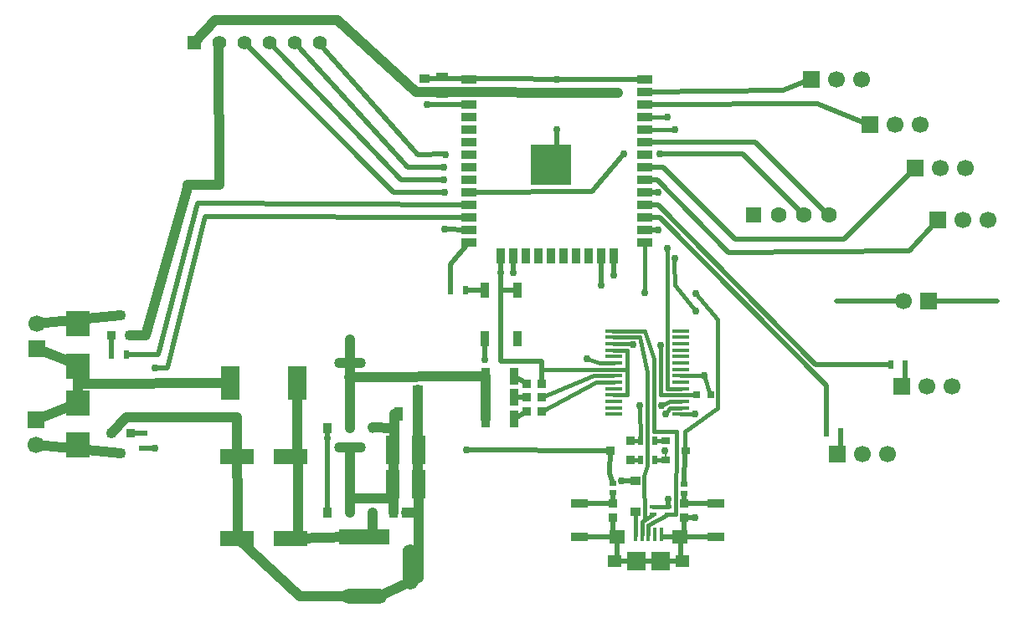
<source format=gtl>
%FSLAX33Y33*%
%MOMM*%
%AMRect-W800000-H1700000-RO1.500*
21,1,0.8,1.7,0.,0.,90*%
%AMRect-W1752833-H382672-RO1.000*
21,1,1.752833,0.382672,0.,0.,180*%
%AMRR-H382672-W1752833-R191336-RO1.000*
21,1,1.370161,0.382672,0.,0.,180*
1,1,0.382672,0.6850805,-0.*
1,1,0.382672,-0.6850805,-0.*
1,1,0.382672,-0.6850805,0.*
1,1,0.382672,0.6850805,0.*%
%AMRect-W900000-H950000-RO0.500*
21,1,0.9,0.95,0.,0.,270*%
%AMRect-W600000-H1250000-RO0.500*
21,1,0.6,1.25,0.,0.,270*%
%AMRect-W400000-H700000-RO1.500*
21,1,0.4,0.7,0.,0.,90*%
%AMRect-W800000-H800000-RO0.500*
21,1,0.8,0.8,0.,0.,270*%
%AMRect-W900000-H800000-RO0.500*
21,1,0.9,0.8,0.,0.,270*%
%AMRect-W800000-H1700000-RO0.500*
21,1,0.8,1.7,0.,0.,270*%
%AMRect-W800000-H800000-RO1.500*
21,1,0.8,0.8,0.,0.,90*%
%AMRect-W854139-H954975-RO1.500*
21,1,0.854139,0.954975,0.,0.,90*%
%AMRect-W1004294-H872132-RO1.500*
21,1,1.004294,0.872132,0.,0.,90*%
%AMRR-H872132-W1004294-R436066-RO1.500*
21,1,0.132162,0.872132,0.,0.,90*
1,1,0.872132,-0.,-0.066081*
1,1,0.872132,-0.,0.066081*
1,1,0.872132,0.,0.066081*
1,1,0.872132,0.,-0.066081*%
%AMRR-H3182132-W1004294-R436066-RO1.500*
21,1,0.132162,3.182132,0.,0.,90*
21,1,1.004294,2.31,0.,0.,90*
1,1,0.872132,-1.155,-0.066081*
1,1,0.872132,-1.155,0.066081*
1,1,0.872132,1.155,0.066081*
1,1,0.872132,1.155,-0.066081*%
%AMRect-W800000-H800000-RO1.000*
21,1,0.8,0.8,0.,0.,180*%
%AMRect-W900000-H800000-RO1.500*
21,1,0.9,0.8,0.,0.,90*%
%AMRect-W500000-H900000-RO1.000*
21,1,0.5,0.9,0.,0.,180*%
%AMRect-W2500000-H2300000-RO0.500*
21,1,2.5,2.3,0.,0.,270*%
%AMRect-W1400000-H1400000-RO1.500*
21,1,1.4,1.4,0.,0.,90*%
%AMRect-W1700000-H1700000-RO1.000*
21,1,1.7,1.7,0.,0.,180*%
%AMRect-W2500000-H2300000-RO1.500*
21,1,2.5,2.3,0.,0.,90*%
%AMRect-W900000-H800000-RO1.000*
21,1,0.9,0.8,0.,0.,180*%
%AMRect-W1500000-H900000-RO1.500*
21,1,1.5,0.9,0.,0.,90*%
%AMRect-W900000-H1700000-RO1.000*
21,1,0.9,1.7,0.,0.,180*%
%AMRect-W500000-H600000-RO1.500*
21,1,0.5,0.6,0.,0.,90*%
%AMRect-W1700000-H1700000-RO1.500*
21,1,1.7,1.7,0.,0.,90*%
%AMRect-W1400000-H2800000-RO1.000*
21,1,1.4,2.8,0.,0.,180*%
%AMRect-W1600000-H5100000-RO0.500*
21,1,1.6,5.1,0.,0.,270*%
%AMRR-H4600000-W1600000-R800000-RO0.500*
21,1,1.6,3.,0.,0.,270*
1,1,1.6,1.5,0.*
1,1,1.6,1.5,-0.*
1,1,1.6,-1.5,-0.*
1,1,1.6,-1.5,0.*%
%AMRR-H4600000-W1600000-R800000-RO0.000*
21,1,1.6,3.,0.,0.,360*
1,1,1.6,0.,1.5*
1,1,1.6,0.,1.5*
1,1,1.6,0.,-1.5*
1,1,1.6,-0.,-1.5*%
%AMRect-W854139-H954975-RO1.000*
21,1,0.854139,0.954975,0.,0.,180*%
%AMRect-W1700000-H1700000-RO0.500*
21,1,1.7,1.7,0.,0.,270*%
%AMRect-W500000-H900000-RO1.500*
21,1,0.5,0.9,0.,0.,90*%
%ADD10C,0.5*%
%ADD11C,0.2032*%
%ADD12C,0.4*%
%ADD13C,1.*%
%ADD14C,0.75*%
%ADD15R,0.9X1.7*%
%ADD16R,1.7X1.7*%
%ADD17C,1.7*%
%ADD18Rect-W800000-H1700000-RO1.500*%
%ADD19Rect-W1752833-H382672-RO1.000*%
%ADD20RR-H382672-W1752833-R191336-RO1.000*%
%ADD21Rect-W900000-H950000-RO0.500*%
%ADD22Rect-W600000-H1250000-RO0.500*%
%ADD23Rect-W400000-H700000-RO1.500*%
%ADD24Rect-W800000-H800000-RO0.500*%
%ADD25Rect-W900000-H800000-RO0.500*%
%ADD26Rect-W800000-H1700000-RO0.500*%
%ADD27Rect-W800000-H800000-RO1.500*%
%ADD28Rect-W854139-H954975-RO1.500*%
%ADD29Rect-W1004294-H872132-RO1.500*%
%ADD30RR-H872132-W1004294-R436066-RO1.500*%
%ADD31RR-H3182132-W1004294-R436066-RO1.500*%
%ADD32R,0.7X0.7*%
%ADD33Rect-W800000-H800000-RO1.000*%
%ADD34Rect-W900000-H800000-RO1.500*%
%ADD35R,0.5X0.9*%
%ADD36Rect-W500000-H900000-RO1.000*%
%ADD37Rect-W2500000-H2300000-RO0.500*%
%ADD38R,1.96X3.39*%
%ADD39C,1.4*%
%ADD40Rect-W1400000-H1400000-RO1.500*%
%ADD41C,1.7*%
%ADD42Rect-W1700000-H1700000-RO1.000*%
%ADD43Rect-W2500000-H2300000-RO1.500*%
%ADD44Rect-W900000-H800000-RO1.000*%
%ADD45R,4.099999X4.099999*%
%ADD46R,0.9X1.5*%
%ADD47R,1.5X0.9*%
%ADD48R,0.9X0.8*%
%ADD49Rect-W1500000-H900000-RO1.500*%
%ADD50Rect-W900000-H1700000-RO1.000*%
%ADD51R,3.5X1.6*%
%ADD52R,1.6X1.6*%
%ADD53C,1.6*%
%ADD54Rect-W500000-H600000-RO1.500*%
%ADD55C,1.7*%
%ADD56Rect-W1700000-H1700000-RO1.500*%
%ADD57Rect-W1400000-H2800000-RO1.000*%
%ADD58Rect-W1600000-H5100000-RO0.500*%
%ADD59RR-H4600000-W1600000-R800000-RO0.500*%
%ADD60RR-H4600000-W1600000-R800000-RO0.000*%
%ADD61R,0.4X1.35*%
%ADD62R,1.6X1.4*%
%ADD63R,1.45X1.3*%
%ADD64R,1.9X1.9*%
%ADD65Rect-W854139-H954975-RO1.000*%
%ADD66C,1.7*%
%ADD67Rect-W1700000-H1700000-RO0.500*%
%ADD68Rect-W500000-H900000-RO1.500*%
%ADD69R,0.95X1.4*%
D10*
%LNtop copper_traces*%
G01*
X-47125Y-24000D02*
X-47125Y-25875D01*
D11*
X-49025Y-17150D02*
X-49025Y-18100D01*
D12*
X-48525Y-12850D02*
X-49001Y-13500D01*
X-47475Y-12200D02*
X-48525Y-12200D01*
D10*
X-47125Y-21550D02*
X-47125Y-22500D01*
D12*
X-47475Y-10900D02*
X-48775Y-10900D01*
D10*
X-49805Y10265D02*
X-42665Y2915D01*
D12*
X-48775Y-10900D02*
X-48825Y3275D01*
X-55702Y-8300D02*
X-54225Y-8300D01*
D10*
X-57675Y-25875D02*
X-53950Y-25875D01*
D13*
X-76550Y-14895D02*
X-78600Y-14850D01*
D10*
X-51075Y7725D02*
X-49755Y7725D01*
D13*
X-67175Y-9650D02*
X-80950Y-9700D01*
D12*
X-51100Y16615D02*
X-48775Y16615D01*
D10*
X-83190Y-15900D02*
X-83215Y-23445D01*
X-49805Y8995D02*
X-51075Y8995D01*
X-64275Y-9650D02*
X-62975Y-10375D01*
D13*
X-81225Y-25925D02*
X-86125Y-26050D01*
D10*
X-73350Y20456D02*
X-51075Y20425D01*
D13*
X-75202Y-23420D02*
X-73975Y-23420D01*
X-76452Y-13475D02*
X-76500Y-23445D01*
D10*
X-47125Y-22500D02*
X-43925Y-22500D01*
D12*
X-52850Y-7000D02*
X-54225Y-7000D01*
D10*
X-31265Y-15300D02*
X-31265Y-18000D01*
D13*
X-108425Y-8600D02*
X-108425Y-12330D01*
X-82175Y26425D02*
X-74200Y19155D01*
D10*
X-60025Y15300D02*
X-60075Y11125D01*
X-65625Y-8150D02*
X-61550Y-8150D01*
X-51075Y14075D02*
X-39950Y14075D01*
X-49755Y5185D02*
X-51075Y5185D01*
X-89055Y24125D02*
X-75775Y10265D01*
X-96325Y7850D02*
X-100250Y-7475D01*
X-54575Y-17150D02*
X-69150Y-17125D01*
X-70725Y1650D02*
X-68875Y3915D01*
D12*
X-61525Y-11800D02*
X-56227Y-9600D01*
D10*
X-65685Y2525D02*
X-65625Y-8150D01*
X-53925Y-28325D02*
X-47425Y-28325D01*
D13*
X-94160Y24100D02*
X-94125Y9775D01*
X-103525Y-13775D02*
X-92350Y-13800D01*
D10*
X-49755Y7725D02*
X-33825Y-8450D01*
X-23790Y11400D02*
X-30990Y4200D01*
X-105050Y-5550D02*
X-105050Y-7475D01*
D12*
X-50825Y-18750D02*
X-50875Y-9250D01*
X-47025Y-15250D02*
X-47025Y-17150D01*
D13*
X-112625Y-14080D02*
X-108425Y-12330D01*
D10*
X-21440Y6200D02*
X-24315Y3040D01*
D13*
X-80925Y-23445D02*
X-80925Y-16900D01*
D10*
X-61550Y-8150D02*
X-61550Y-10375D01*
X-103125Y-15430D02*
X-101775Y-15430D01*
X-24730Y-8450D02*
X-24730Y-11100D01*
D12*
X-51625Y-12659D02*
X-51525Y-16200D01*
X-47929Y-23600D02*
X-47900Y-15250D01*
D13*
X-93005Y-10325D02*
X-108425Y-10450D01*
D12*
X-50175Y-7841D02*
X-50175Y-15225D01*
X-52575Y-18100D02*
X-51550Y-18100D01*
D10*
X-68875Y8995D02*
X-56475Y9025D01*
X-22430Y-2050D02*
X-15450Y-2050D01*
D12*
X-48075Y-0425D02*
X-45975Y-3050D01*
D13*
X-76500Y-21975D02*
X-80925Y-21975D01*
D10*
X-76475Y8995D02*
X-71350Y8995D01*
X-74050Y12805D02*
X-71275Y12825D01*
X-51075Y11535D02*
X-49275Y11535D01*
X-48700Y-22900D02*
X-48700Y-22075D01*
X-75775Y10265D02*
X-71400Y10265D01*
X-100625Y-8850D02*
X-99400Y-8850D01*
X-63975Y-0925D02*
X-65685Y-0925D01*
X-49550Y12900D02*
X-41230Y12900D01*
D13*
X-96675Y24125D02*
X-94575Y26375D01*
X-77975Y-31925D02*
X-73975Y-30075D01*
D12*
X-52575Y-16200D02*
X-51525Y-16200D01*
D10*
X-57675Y-22500D02*
X-54325Y-22500D01*
D12*
X-50050Y-18100D02*
X-48975Y-18100D01*
D13*
X-74048Y-10973D02*
X-73975Y-30075D01*
D10*
X-69225Y-0925D02*
X-67275Y-0925D01*
X-51075Y17885D02*
X-33700Y17925D01*
X-68875Y5185D02*
X-71350Y5235D01*
D12*
X-51175Y-19750D02*
X-50825Y-18750D01*
D13*
X-101575Y-5500D02*
X-97285Y9775D01*
D10*
X-83190Y-14895D02*
X-83190Y-15900D01*
X-70725Y-0925D02*
X-70725Y1650D01*
D12*
X-50050Y-16200D02*
X-49025Y-16200D01*
X-51138Y-24163D02*
X-51175Y-19750D01*
D10*
X-54625Y-19475D02*
X-54325Y-20450D01*
X-55525Y2450D02*
X-55525Y-0400D01*
D12*
X-50725Y-25650D02*
X-50725Y-24750D01*
D13*
X-92250Y-26050D02*
X-85975Y-31925D01*
D10*
X-49600Y6455D02*
X-32765Y-10625D01*
D13*
X-67175Y-9650D02*
X-67175Y-13950D01*
D10*
X-91595Y24125D02*
X-76475Y8995D01*
D12*
X-54225Y-6350D02*
X-52250Y-6350D01*
X-50725Y-24750D02*
X-48700Y-23600D01*
X-47929Y-23600*
X-56027Y-10250D02*
X-54225Y-10250D01*
D13*
X-112600Y-6840D02*
X-108275Y-8550D01*
D10*
X-34980Y6650D02*
X-41230Y12900D01*
D13*
X-94575Y26375D02*
X-82175Y26425D01*
D10*
X-67275Y-7925D02*
X-67275Y-5825D01*
D13*
X-112575Y-16580D02*
X-104075Y-17430D01*
D10*
X-33700Y17925D02*
X-28200Y15750D01*
D12*
X-56900Y-7841D02*
X-55702Y-8300D01*
X-45100Y-9600D02*
X-44475Y-11525D01*
X-48525Y-12200D02*
X-49425Y-12659D01*
X-51375Y-24400D02*
X-50275Y-23600D01*
D13*
X-80900Y-5950D02*
X-80925Y-14895D01*
D12*
X-49500Y-11550D02*
X-45850Y-11550D01*
D10*
X-68875Y7725D02*
X-96325Y7850D01*
X-86515Y24125D02*
X-75025Y11535D01*
X-47425Y-28325D02*
X-47425Y-25875D01*
X-32525Y6650D02*
X-39950Y14075D01*
X-64415Y0850D02*
X-64415Y2525D01*
X-24970Y-2050D02*
X-31750Y-2050D01*
D12*
X-47475Y-13500D02*
X-46000Y-13500D01*
X-61550Y-13225D02*
X-56027Y-10250D01*
D10*
X-53925Y-25875D02*
X-53925Y-28325D01*
X-33825Y-8450D02*
X-26230Y-8450D01*
X-54325Y-24000D02*
X-54325Y-25875D01*
D12*
X-54300Y-5050D02*
X-51125Y-5050D01*
X-51650Y-5700D02*
X-54225Y-5700D01*
D10*
X-100250Y-7475D02*
X-103550Y-7475D01*
X-51125Y19155D02*
X-37100Y19300D01*
D12*
X-47475Y-12850D02*
X-48525Y-12850D01*
X-52850Y-11550D02*
X-52850Y-7000D01*
D10*
X-64275Y-11800D02*
X-63050Y-11800D01*
X-47025Y-17150D02*
X-47125Y-20550D01*
X-37100Y19300D02*
X-34200Y20475D01*
D12*
X-50250Y-22900D02*
X-48750Y-22900D01*
X-50175Y-15225D02*
X-47900Y-15250D01*
D10*
X-69050Y17885D02*
X-73100Y17875D01*
D12*
X-61525Y-8950D02*
X-53050Y-8950D01*
X-43700Y-12875D02*
X-47025Y-15250D01*
D10*
X-24315Y3040D02*
X-42665Y2915D01*
X-83975Y23950D02*
X-74050Y12805D01*
D13*
X-78635Y-23445D02*
X-78635Y-25925D01*
D12*
X-56227Y-9600D02*
X-54300Y-9600D01*
D13*
X-85975Y-31925D02*
X-80975Y-31925D01*
X-94125Y9775D02*
X-97300Y9775D01*
D12*
X-54225Y-11550D02*
X-52850Y-11550D01*
D10*
X-47125Y-24000D02*
X-46025Y-24000D01*
D12*
X-48075Y-0425D02*
X-48100Y1975D01*
D10*
X-95525Y6550D02*
X-68875Y6455D01*
D13*
X-112600Y-4300D02*
X-104100Y-3500D01*
D12*
X-48075Y15345D02*
X-51075Y15325D01*
D10*
X-64275Y-13950D02*
X-63050Y-13225D01*
X-56475Y9025D02*
X-53225Y12900D01*
X-54230Y2525D02*
X-54255Y0625D01*
D12*
X-51375Y-25650D02*
X-51375Y-24400D01*
D10*
X-32765Y-10625D02*
X-32765Y-15300D01*
D12*
X-49500Y-11550D02*
X-49500Y-6541D01*
D13*
X-103150Y-5500D02*
X-101575Y-5500D01*
D10*
X-53450Y-20200D02*
X-52025Y-20200D01*
D12*
X-51650Y-5700D02*
X-50875Y-9250D01*
X-47475Y-9600D02*
X-45125Y-9600D01*
D10*
X-54575Y-17150D02*
X-54625Y-19475D01*
X-54325Y-21450D02*
X-54325Y-22500D01*
D13*
X-86195Y-10325D02*
X-86125Y-26050D01*
D12*
X-51075Y3915D02*
X-51125Y-1200D01*
X-45975Y-1250D02*
X-43700Y-3875D01*
D10*
X-43925Y-25900D02*
X-49225Y-25875D01*
D12*
X-52025Y-23400D02*
X-52025Y-25775D01*
D10*
X-100625Y-16930D02*
X-101775Y-16930D01*
D13*
X-74200Y19155D02*
X-53825Y19005D01*
D12*
X-43700Y-3875D02*
X-43700Y-12875D01*
D10*
X-30990Y4200D02*
X-41940Y4200D01*
X-51075Y6455D02*
X-49600Y6455D01*
D13*
X-105025Y-15430D02*
X-103525Y-13775D01*
X-92350Y-13800D02*
X-92250Y-26050D01*
D10*
X-75025Y11535D02*
X-71400Y11535D01*
X-99400Y-8850D02*
X-95525Y6550D01*
X-49275Y11535D02*
X-41940Y4200D01*
X-51075Y10265D02*
X-49805Y10265D01*
D12*
X-51125Y-5050D02*
X-50175Y-7841D01*
D14*
X-51125Y-1200D03*
X-69150Y-17125D03*
X-83190Y-15900D03*
X-67275Y-7925D03*
X-77575Y-22000D03*
X-100625Y-16930D03*
X-48825Y3275D03*
X-49755Y5185D03*
X-52250Y-6466D03*
X-100625Y-8850D03*
X-46000Y-13500D03*
X-71350Y5235D03*
X-80900Y-5950D03*
X-65685Y0850D03*
X-49780Y8995D03*
X-60025Y15300D03*
X-71275Y12805D03*
X-54255Y0625D03*
X-51625Y-12659D03*
X-53225Y12900D03*
X-53825Y19005D03*
X-55525Y-0400D03*
X-60000Y20425D03*
X-71400Y10265D03*
X-53450Y-20200D03*
X-48050Y15325D03*
X-71400Y11535D03*
X-49550Y12900D03*
X-45975Y-1250D03*
X-48775Y16615D03*
X-49025Y-13500D03*
X-49525Y-6541D03*
X-48075Y2300D03*
X-48700Y-22100D03*
X-71350Y8995D03*
X-64425Y0850D03*
X-56900Y-7841D03*
X-49050Y-17150D03*
X-45975Y-3050D03*
X-46025Y-24000D03*
X-45100Y-9600D03*
X-73100Y17875D03*
X-49425Y-12659D03*
%LNtop copper component 0482f48a0a855ddf*%
D15*
X-67175Y-9650D03*
X-64275Y-9650D03*
%LNtop copper component 41b9db879265162a*%
D16*
X-28340Y15800D03*
D17*
X-25800Y15800D03*
X-23260Y15800D03*
%LNtop copper component 6813cacbefd1e2b9*%
D18*
X-43925Y-25900D03*
X-43925Y-22500D03*
%LNtop copper component 3db6a5b20525de24*%
D19*
X-47475Y-13500D03*
D20*
X-47475Y-12850D03*
X-47475Y-12200D03*
X-47475Y-11550D03*
X-47475Y-10900D03*
X-47475Y-10250D03*
X-47475Y-9600D03*
X-47475Y-8950D03*
X-47475Y-8300D03*
X-47475Y-7650D03*
X-47475Y-7000D03*
X-47475Y-6350D03*
X-47475Y-5700D03*
X-47475Y-5050D03*
X-54225Y-5050D03*
X-54225Y-5700D03*
X-54225Y-6350D03*
X-54225Y-7000D03*
X-54225Y-7650D03*
X-54225Y-8300D03*
X-54225Y-8950D03*
X-54225Y-9600D03*
X-54225Y-10250D03*
X-54225Y-10900D03*
X-54225Y-11550D03*
X-54225Y-12200D03*
X-54225Y-12850D03*
X-54225Y-13500D03*
%LNtop copper component e5f8c1f535fec6ea*%
D21*
X-52025Y-20200D03*
X-52025Y-23350D03*
%LNtop copper component 252a53037974c115*%
D22*
X-71575Y20705D03*
X-71575Y18905D03*
%LNtop copper component fe80ee474570cac8*%
D23*
X-48700Y-23600D03*
X-48700Y-22900D03*
%LNtop copper component 10b1d0880790c1b8*%
D24*
X-54325Y-22500D03*
X-54325Y-24000D03*
%LNtop copper component 7dfbba8ca001c3b6*%
D25*
X-103125Y-15430D03*
X-105025Y-15430D03*
X-104075Y-17430D03*
%LNtop copper component 874acaaaf3958b77*%
D26*
X-57675Y-22500D03*
X-57675Y-25900D03*
%LNtop copper component e8ebb05cec54ac0d*%
D27*
X-47125Y-24000D03*
X-47125Y-22500D03*
%LNtop copper component c153c2d1b3039095*%
D28*
X-74048Y-10973D03*
X-74048Y-9672D03*
%LNtop copper component e17a0e78ec20d950*%
D29*
X-83190Y-14895D03*
D30*
X-80900Y-14895D03*
X-78610Y-14895D03*
D31*
X-80900Y-8305D03*
%LNtop copper component 2322a58d1cfe3815*%
D32*
X-45850Y-11550D03*
X-44450Y-11550D03*
%LNtop copper component 69f7728837d07548*%
D33*
X-61550Y-13225D03*
X-63050Y-13225D03*
%LNtop copper component ccbb334a3726f3a3*%
D34*
X-105050Y-5500D03*
X-103150Y-5500D03*
X-104100Y-3500D03*
%LNtop copper component cb29e8d30bbfcf00*%
D35*
X-51550Y-16200D03*
X-50050Y-16200D03*
%LNtop copper component aa286b59c486b578*%
D16*
X-21440Y6200D03*
D17*
X-18900Y6200D03*
X-16360Y6200D03*
%LNtop copper component cdd3a1667d55a24f*%
D36*
X-24730Y-8450D03*
X-26230Y-8450D03*
%LNtop copper component 9bccb15b690cf48e*%
X-31265Y-15300D03*
X-32765Y-15300D03*
%LNtop copper component e0f57ae9b30cb9e8*%
D37*
X-108400Y-12330D03*
X-108400Y-16630D03*
%LNtop copper component e1627baf1bdf1fe8*%
D23*
X-50250Y-23600D03*
X-50250Y-22900D03*
%LNtop copper component 56bb46b189b3895e*%
D36*
X-103550Y-7475D03*
X-105050Y-7475D03*
%LNtop copper component 9fbc797a11fedfa8*%
D28*
X-73350Y19155D03*
X-73350Y20456D03*
%LNtop copper component 1b8a31d8bfee9382*%
D38*
X-93005Y-10325D03*
X-86195Y-10325D03*
%LNtop copper component 4c982ed5264ea73b*%
D36*
X-50050Y-18100D03*
X-51550Y-18100D03*
%LNtop copper component 54130f40f4e52950*%
D16*
X-34270Y20425D03*
D17*
X-31730Y20425D03*
X-29190Y20425D03*
%LNtop copper component 1ba162ace44450bd*%
D39*
X-94135Y24125D03*
X-91595Y24125D03*
X-89055Y24125D03*
X-86515Y24125D03*
X-83975Y24125D03*
D40*
X-96675Y24125D03*
%LNtop copper component 0948399de430e016*%
D41*
X-24970Y-2050D03*
D42*
X-22430Y-2050D03*
%LNtop copper component 10c78444f405e5b2*%
D29*
X-83215Y-23445D03*
D30*
X-80925Y-23445D03*
X-78635Y-23445D03*
D31*
X-80925Y-16855D03*
%LNtop copper component 0d00b0983ae96748*%
D16*
X-25130Y-10675D03*
D17*
X-22590Y-10675D03*
X-20050Y-10675D03*
%LNtop copper component 33150007373fcac5*%
D43*
X-108400Y-8600D03*
X-108400Y-4300D03*
%LNtop copper component b82c1ab224868cec*%
D44*
X-52575Y-18100D03*
X-52575Y-16200D03*
X-54575Y-17150D03*
%LNtop copper component 90b1addd98e51485*%
D45*
X-60625Y11775D03*
D46*
X-65685Y2525D03*
X-64415Y2525D03*
X-63145Y2525D03*
X-61875Y2525D03*
X-60605Y2525D03*
X-59335Y2525D03*
X-58065Y2525D03*
X-56795Y2525D03*
X-55525Y2525D03*
X-54255Y2525D03*
D47*
X-68875Y20425D03*
X-68875Y19155D03*
X-68875Y17885D03*
X-68875Y16615D03*
X-68875Y15345D03*
X-68875Y14075D03*
X-68875Y12805D03*
X-68875Y11535D03*
X-68875Y10265D03*
X-68875Y8995D03*
X-68875Y7725D03*
X-68875Y6455D03*
X-68875Y5185D03*
X-68875Y3915D03*
X-51075Y3915D03*
X-51075Y5185D03*
X-51075Y6455D03*
X-51075Y7725D03*
X-51075Y8995D03*
X-51075Y10265D03*
X-51075Y11535D03*
X-51075Y12805D03*
X-51075Y14075D03*
X-51075Y15345D03*
X-51075Y16615D03*
X-51075Y17885D03*
X-51075Y19155D03*
X-51075Y20425D03*
%LNtop copper component cea296ead8353e7d*%
D48*
X-48975Y-16200D03*
X-48975Y-18100D03*
X-46975Y-17150D03*
%LNtop copper component 3f845e058fdd5e1f*%
D35*
X-70725Y-0925D03*
X-69225Y-0925D03*
%LNtop copper component 707d07d50a841e56*%
D49*
X-67275Y-5825D03*
X-63975Y-5825D03*
X-63975Y-0925D03*
X-67275Y-0925D03*
%LNtop copper component ff541e940e5d7fe4*%
D50*
X-64275Y-11800D03*
X-67175Y-11800D03*
%LNtop copper component d0480286b2d570aa*%
D51*
X-92325Y-17800D03*
X-86925Y-17800D03*
%LNtop copper component 47b0c5916d82fa2f*%
D52*
X-40060Y6650D03*
D53*
X-37520Y6650D03*
X-34980Y6650D03*
X-32440Y6650D03*
%LNtop copper component 572823f635f88fe9*%
D54*
X-54325Y-21450D03*
X-54325Y-20450D03*
%LNtop copper component cdbf310ff226334c*%
D33*
X-61550Y-10375D03*
X-63050Y-10375D03*
%LNtop copper component 5bd49bef55a165bf*%
D55*
X-112600Y-4300D03*
D56*
X-112600Y-6840D03*
%LNtop copper component 498e91e107611f94*%
D57*
X-73950Y-17125D03*
X-76550Y-17125D03*
%LNtop copper component b53fcbc86ee9c919*%
D51*
X-92325Y-26050D03*
X-86925Y-26050D03*
%LNtop copper component 07d7061eb338d36e*%
D58*
X-79475Y-25925D03*
D59*
X-79475Y-31925D03*
D60*
X-74775Y-28925D03*
%LNtop copper component 9535f7950e9c5dc2*%
D57*
X-73950Y-20600D03*
X-76550Y-20600D03*
%LNtop copper component 56c081ad7e014188*%
D50*
X-64275Y-13950D03*
X-67175Y-13950D03*
%LNtop copper component ca64192462e6d2e1*%
D16*
X-23790Y11400D03*
D17*
X-21250Y11400D03*
X-18710Y11400D03*
%LNtop copper component c598bdc0c98843fc*%
D61*
X-52025Y-25650D03*
X-51375Y-25650D03*
X-50725Y-25650D03*
X-50075Y-25650D03*
X-49425Y-25650D03*
D62*
X-53925Y-25875D03*
X-47525Y-25875D03*
D63*
X-54150Y-28325D03*
X-47300Y-28325D03*
D64*
X-51925Y-28325D03*
X-49525Y-28325D03*
%LNtop copper component fb931288130509ae*%
D16*
X-31665Y-17525D03*
D17*
X-29125Y-17525D03*
X-26585Y-17525D03*
%LNtop copper component 081f6af8756ef78d*%
D65*
X-75202Y-23420D03*
X-76503Y-23420D03*
%LNtop copper component 0e613b1f698022c6*%
D66*
X-112625Y-16620D03*
D67*
X-112625Y-14080D03*
%LNtop copper component 7e470e73fc1de78b*%
D54*
X-47125Y-21550D03*
X-47125Y-20550D03*
%LNtop copper component 7cb94848dd239724*%
D68*
X-101775Y-16930D03*
X-101775Y-15430D03*
%LNtop copper component d00ebfb179eb73d3*%
D69*
X-75977Y-13475D03*
X-74127Y-13475D03*
%LNtop copper component 9fb37c9d45968661*%
D33*
X-61550Y-11800D03*
X-63050Y-11800D03*
M02*
</source>
